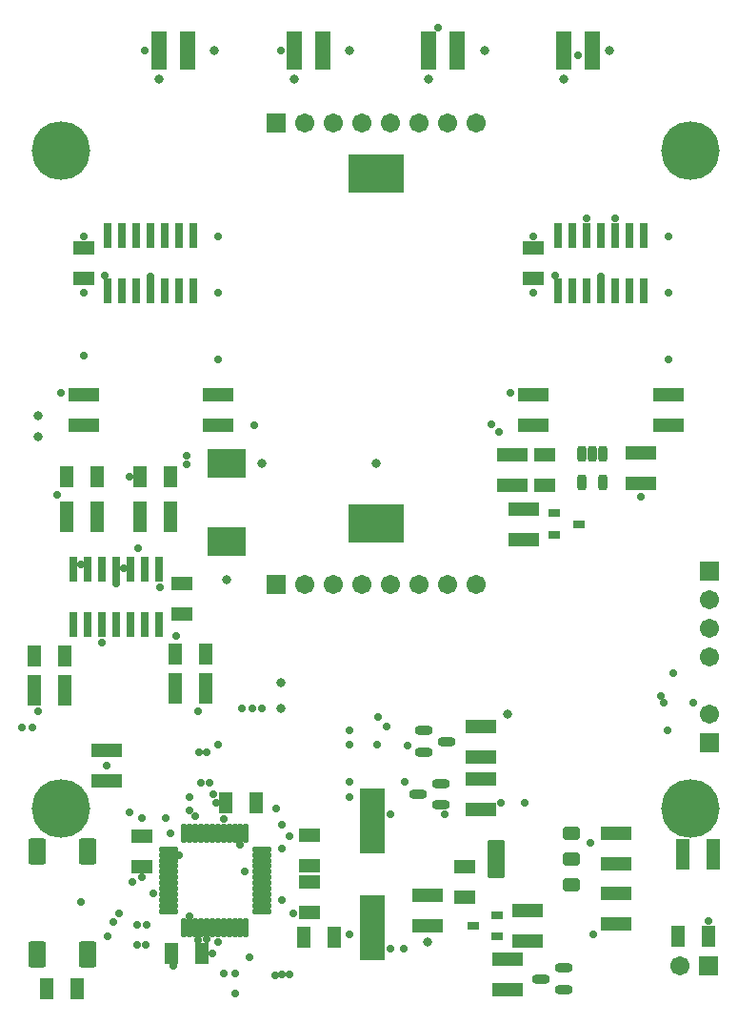
<source format=gbs>
G04*
G04 #@! TF.GenerationSoftware,Altium Limited,Altium Designer,20.1.8 (145)*
G04*
G04 Layer_Color=16711935*
%FSLAX25Y25*%
%MOIN*%
G70*
G04*
G04 #@! TF.SameCoordinates,2B40AF7D-86F1-4858-AC96-1B89F3EF06F7*
G04*
G04*
G04 #@! TF.FilePolarity,Negative*
G04*
G01*
G75*
%ADD18R,0.11036X0.05131*%
%ADD19R,0.07493X0.05131*%
%ADD20R,0.05800X0.13320*%
%ADD22C,0.20485*%
%ADD23C,0.06706*%
%ADD24R,0.06706X0.06706*%
%ADD25R,0.06706X0.06706*%
%ADD26C,0.02769*%
%ADD27C,0.03162*%
%ADD55R,0.05402X0.12921*%
G04:AMPARAMS|DCode=56|XSize=90.68mil|YSize=62.33mil|CornerRadius=8.07mil|HoleSize=0mil|Usage=FLASHONLY|Rotation=270.000|XOffset=0mil|YOffset=0mil|HoleType=Round|Shape=RoundedRectangle|*
%AMROUNDEDRECTD56*
21,1,0.09068,0.04618,0,0,270.0*
21,1,0.07453,0.06233,0,0,270.0*
1,1,0.01615,-0.02309,-0.03726*
1,1,0.01615,-0.02309,0.03726*
1,1,0.01615,0.02309,0.03726*
1,1,0.01615,0.02309,-0.03726*
%
%ADD56ROUNDEDRECTD56*%
%ADD57R,0.05131X0.11036*%
%ADD58R,0.19619X0.13202*%
%ADD59R,0.02800X0.08600*%
%ADD60R,0.13792X0.10249*%
G04:AMPARAMS|DCode=61|XSize=59.18mil|YSize=31.23mil|CornerRadius=9.81mil|HoleSize=0mil|Usage=FLASHONLY|Rotation=180.000|XOffset=0mil|YOffset=0mil|HoleType=Round|Shape=RoundedRectangle|*
%AMROUNDEDRECTD61*
21,1,0.05918,0.01161,0,0,180.0*
21,1,0.03957,0.03123,0,0,180.0*
1,1,0.01961,-0.01978,0.00581*
1,1,0.01961,0.01978,0.00581*
1,1,0.01961,0.01978,-0.00581*
1,1,0.01961,-0.01978,-0.00581*
%
%ADD61ROUNDEDRECTD61*%
%ADD62R,0.09100X0.22800*%
G04:AMPARAMS|DCode=63|XSize=135.56mil|YSize=59.58mil|CornerRadius=7.87mil|HoleSize=0mil|Usage=FLASHONLY|Rotation=270.000|XOffset=0mil|YOffset=0mil|HoleType=Round|Shape=RoundedRectangle|*
%AMROUNDEDRECTD63*
21,1,0.13556,0.04384,0,0,270.0*
21,1,0.11982,0.05958,0,0,270.0*
1,1,0.01574,-0.02192,-0.05991*
1,1,0.01574,-0.02192,0.05991*
1,1,0.01574,0.02192,0.05991*
1,1,0.01574,0.02192,-0.05991*
%
%ADD63ROUNDEDRECTD63*%
G04:AMPARAMS|DCode=64|XSize=44.61mil|YSize=59.58mil|CornerRadius=6.75mil|HoleSize=0mil|Usage=FLASHONLY|Rotation=270.000|XOffset=0mil|YOffset=0mil|HoleType=Round|Shape=RoundedRectangle|*
%AMROUNDEDRECTD64*
21,1,0.04461,0.04608,0,0,270.0*
21,1,0.03112,0.05958,0,0,270.0*
1,1,0.01349,-0.02304,-0.01556*
1,1,0.01349,-0.02304,0.01556*
1,1,0.01349,0.02304,0.01556*
1,1,0.01349,0.02304,-0.01556*
%
%ADD64ROUNDEDRECTD64*%
G04:AMPARAMS|DCode=65|XSize=19.02mil|YSize=69.42mil|CornerRadius=6.76mil|HoleSize=0mil|Usage=FLASHONLY|Rotation=180.000|XOffset=0mil|YOffset=0mil|HoleType=Round|Shape=RoundedRectangle|*
%AMROUNDEDRECTD65*
21,1,0.01902,0.05591,0,0,180.0*
21,1,0.00551,0.06942,0,0,180.0*
1,1,0.01351,-0.00276,0.02795*
1,1,0.01351,0.00276,0.02795*
1,1,0.01351,0.00276,-0.02795*
1,1,0.01351,-0.00276,-0.02795*
%
%ADD65ROUNDEDRECTD65*%
G04:AMPARAMS|DCode=66|XSize=19.02mil|YSize=69.42mil|CornerRadius=6.76mil|HoleSize=0mil|Usage=FLASHONLY|Rotation=90.000|XOffset=0mil|YOffset=0mil|HoleType=Round|Shape=RoundedRectangle|*
%AMROUNDEDRECTD66*
21,1,0.01902,0.05591,0,0,90.0*
21,1,0.00551,0.06942,0,0,90.0*
1,1,0.01351,0.02795,0.00276*
1,1,0.01351,0.02795,-0.00276*
1,1,0.01351,-0.02795,-0.00276*
1,1,0.01351,-0.02795,0.00276*
%
%ADD66ROUNDEDRECTD66*%
%ADD67R,0.05131X0.07493*%
%ADD68R,0.04147X0.03162*%
G04:AMPARAMS|DCode=69|XSize=55.64mil|YSize=31.23mil|CornerRadius=9.81mil|HoleSize=0mil|Usage=FLASHONLY|Rotation=270.000|XOffset=0mil|YOffset=0mil|HoleType=Round|Shape=RoundedRectangle|*
%AMROUNDEDRECTD69*
21,1,0.05564,0.01161,0,0,270.0*
21,1,0.03602,0.03123,0,0,270.0*
1,1,0.01961,-0.00581,-0.01801*
1,1,0.01961,-0.00581,0.01801*
1,1,0.01961,0.00581,0.01801*
1,1,0.01961,0.00581,-0.01801*
%
%ADD69ROUNDEDRECTD69*%
D18*
X274000Y368185D02*
D03*
Y378815D02*
D03*
X171118Y399764D02*
D03*
Y389134D02*
D03*
X123874Y399764D02*
D03*
Y389134D02*
D03*
X281354Y399764D02*
D03*
Y389134D02*
D03*
X328598Y399764D02*
D03*
Y389134D02*
D03*
X263000Y254685D02*
D03*
Y265315D02*
D03*
X263000Y283815D02*
D03*
Y273185D02*
D03*
X132000Y275315D02*
D03*
Y264685D02*
D03*
X244507Y214000D02*
D03*
Y224630D02*
D03*
X279500Y208685D02*
D03*
Y219315D02*
D03*
X272500Y202315D02*
D03*
Y191685D02*
D03*
X319000Y379315D02*
D03*
Y368685D02*
D03*
X278000Y359815D02*
D03*
Y349185D02*
D03*
X310500Y235685D02*
D03*
Y246315D02*
D03*
Y214685D02*
D03*
Y225315D02*
D03*
D19*
X285500Y368185D02*
D03*
Y378815D02*
D03*
X144500Y234685D02*
D03*
Y245315D02*
D03*
X158437Y333630D02*
D03*
Y323000D02*
D03*
X257500Y234815D02*
D03*
Y224185D02*
D03*
X281354Y440315D02*
D03*
Y450945D02*
D03*
X123874Y440315D02*
D03*
Y450945D02*
D03*
X203000Y245815D02*
D03*
Y235185D02*
D03*
X203000Y218685D02*
D03*
Y229315D02*
D03*
D20*
X160366Y520189D02*
D03*
X150366D02*
D03*
X197610D02*
D03*
X207610D02*
D03*
X254854D02*
D03*
X244854D02*
D03*
X292098D02*
D03*
X302098D02*
D03*
D22*
X336472Y485000D02*
D03*
Y255079D02*
D03*
X116000Y485000D02*
D03*
Y255079D02*
D03*
D23*
X261236Y494842D02*
D03*
X251236D02*
D03*
X241236D02*
D03*
X231236D02*
D03*
X221236D02*
D03*
X211236D02*
D03*
X201236D02*
D03*
X261236Y333425D02*
D03*
X251236D02*
D03*
X241236D02*
D03*
X231236D02*
D03*
X221236D02*
D03*
X211236D02*
D03*
X201236D02*
D03*
X332579Y200079D02*
D03*
X343000Y308000D02*
D03*
Y318000D02*
D03*
Y328000D02*
D03*
Y288000D02*
D03*
D24*
X191236Y494842D02*
D03*
Y333425D02*
D03*
X342579Y200079D02*
D03*
D25*
X343000Y338000D02*
D03*
Y278000D02*
D03*
D26*
X164200Y209224D02*
D03*
X167047Y209547D02*
D03*
X170993Y208509D02*
D03*
X301500Y243192D02*
D03*
X270000Y257000D02*
D03*
X236500Y264500D02*
D03*
X217000Y259000D02*
D03*
X227000Y286989D02*
D03*
X230000Y283716D02*
D03*
X217000Y282500D02*
D03*
X193390Y240979D02*
D03*
X196000Y245500D02*
D03*
X161000Y254500D02*
D03*
X163000Y252500D02*
D03*
X161000Y259210D02*
D03*
X168000Y264000D02*
D03*
X170500Y257000D02*
D03*
X226722Y277278D02*
D03*
X171205Y277295D02*
D03*
X164500Y274693D02*
D03*
X167047Y274812D02*
D03*
X326000Y294500D02*
D03*
X173090Y197411D02*
D03*
X177000Y197500D02*
D03*
X193500Y197000D02*
D03*
X191000Y196786D02*
D03*
X196000Y197000D02*
D03*
X177000Y190500D02*
D03*
X155295Y200171D02*
D03*
X197500Y218500D02*
D03*
X236000Y206000D02*
D03*
X231500Y206000D02*
D03*
X217000Y211000D02*
D03*
X157517Y238858D02*
D03*
X141000Y229500D02*
D03*
X148500Y225500D02*
D03*
X123000Y222500D02*
D03*
X134500Y215500D02*
D03*
X136500Y218500D02*
D03*
X145966Y214378D02*
D03*
X132222Y210516D02*
D03*
X142608Y214378D02*
D03*
X145622Y207228D02*
D03*
X142608D02*
D03*
X102244Y283500D02*
D03*
X106000D02*
D03*
X108122Y289000D02*
D03*
X145311Y520189D02*
D03*
X144500Y231000D02*
D03*
X186501Y290001D02*
D03*
X163962Y289090D02*
D03*
X139931Y253861D02*
D03*
X327000Y292000D02*
D03*
X337500D02*
D03*
X183001Y290001D02*
D03*
X179502Y290002D02*
D03*
X328500Y282410D02*
D03*
X156213Y315493D02*
D03*
X123000Y340378D02*
D03*
X269472Y386772D02*
D03*
X150811Y332445D02*
D03*
X266761Y389372D02*
D03*
X288980Y441500D02*
D03*
X131500D02*
D03*
X310078Y461422D02*
D03*
X248122Y527941D02*
D03*
X302353Y211001D02*
D03*
X342815Y215868D02*
D03*
X330500Y302500D02*
D03*
X131999Y270001D02*
D03*
X114713Y364847D02*
D03*
X160000Y375500D02*
D03*
X159925Y378424D02*
D03*
X138000Y339000D02*
D03*
X328623Y435402D02*
D03*
X130500Y313000D02*
D03*
X135476Y333630D02*
D03*
X143000Y346000D02*
D03*
X140000Y371000D02*
D03*
X183634Y389134D02*
D03*
X171118Y411926D02*
D03*
X123874Y413374D02*
D03*
X193000Y520189D02*
D03*
X171142Y435402D02*
D03*
X300000Y461500D02*
D03*
X297000Y518500D02*
D03*
X281354Y454902D02*
D03*
X319000Y364000D02*
D03*
X116020Y400500D02*
D03*
X273500D02*
D03*
X328623Y411902D02*
D03*
X171130Y454913D02*
D03*
X123874Y454902D02*
D03*
X123898Y435402D02*
D03*
X281379D02*
D03*
X328610Y454913D02*
D03*
X231500Y253000D02*
D03*
X237500Y277000D02*
D03*
X250500Y253000D02*
D03*
X278500Y257000D02*
D03*
X191500Y255000D02*
D03*
X169500Y260000D02*
D03*
X165000Y264000D02*
D03*
X169000Y204500D02*
D03*
X182000Y203000D02*
D03*
X217000Y264500D02*
D03*
X193500Y249500D02*
D03*
X217000Y277500D02*
D03*
X172953Y251453D02*
D03*
X152556Y251696D02*
D03*
X144499Y251696D02*
D03*
X193390Y223110D02*
D03*
X154500Y246500D02*
D03*
X180453Y232953D02*
D03*
X161142Y217517D02*
D03*
X147520Y441000D02*
D03*
X305000D02*
D03*
X178858Y242483D02*
D03*
D27*
X193000Y299000D02*
D03*
X108000Y392530D02*
D03*
Y385000D02*
D03*
X193000Y290000D02*
D03*
X307957Y520189D02*
D03*
X244537Y208463D02*
D03*
X169768Y520189D02*
D03*
X217012D02*
D03*
X264256D02*
D03*
X226500Y375681D02*
D03*
X186319D02*
D03*
X174000Y335000D02*
D03*
X197544Y510000D02*
D03*
X150305Y510000D02*
D03*
X244782D02*
D03*
X292098Y510000D02*
D03*
X272500Y287925D02*
D03*
D55*
X160366Y520189D02*
D03*
X150366D02*
D03*
X197610D02*
D03*
X207610D02*
D03*
X254854D02*
D03*
X244854D02*
D03*
X292098D02*
D03*
X302098D02*
D03*
D56*
X107681Y204087D02*
D03*
X125319D02*
D03*
X107681Y239913D02*
D03*
X125319D02*
D03*
D57*
X143685Y357000D02*
D03*
X154315D02*
D03*
X333685Y239000D02*
D03*
X344315D02*
D03*
X156185Y297000D02*
D03*
X166815D02*
D03*
X117315Y296500D02*
D03*
X106685D02*
D03*
X128815Y357000D02*
D03*
X118185D02*
D03*
D58*
X226500Y477000D02*
D03*
Y354795D02*
D03*
D59*
X132496Y435930D02*
D03*
X137496D02*
D03*
X142496D02*
D03*
X147496D02*
D03*
X152496D02*
D03*
X157496D02*
D03*
X162496D02*
D03*
Y455330D02*
D03*
X157496D02*
D03*
X152496D02*
D03*
X147496D02*
D03*
X142496D02*
D03*
X137496D02*
D03*
X132496D02*
D03*
X289976D02*
D03*
X294976D02*
D03*
X299976D02*
D03*
X304976D02*
D03*
X309976D02*
D03*
X314976D02*
D03*
X319976D02*
D03*
Y435930D02*
D03*
X314976D02*
D03*
X309976D02*
D03*
X304976D02*
D03*
X299976D02*
D03*
X294976D02*
D03*
X289976D02*
D03*
X150500Y338700D02*
D03*
X145500D02*
D03*
X140500D02*
D03*
X135500D02*
D03*
X130500D02*
D03*
X125500D02*
D03*
X120500D02*
D03*
Y319300D02*
D03*
X125500D02*
D03*
X130500D02*
D03*
X135500D02*
D03*
X140500D02*
D03*
X145500D02*
D03*
X150500D02*
D03*
D60*
X174000Y348319D02*
D03*
Y375681D02*
D03*
D61*
X242965Y274760D02*
D03*
Y282240D02*
D03*
X251035Y278500D02*
D03*
X249035Y263740D02*
D03*
Y256260D02*
D03*
X240965Y260000D02*
D03*
X283965Y195500D02*
D03*
X292035Y191760D02*
D03*
Y199240D02*
D03*
D62*
X225000Y250700D02*
D03*
Y213300D02*
D03*
D63*
X268500Y237500D02*
D03*
D64*
X294838Y228484D02*
D03*
Y237500D02*
D03*
Y246516D02*
D03*
D65*
X169016Y246457D02*
D03*
X170984D02*
D03*
X174921D02*
D03*
X176890D02*
D03*
X180827Y213543D02*
D03*
X178858D02*
D03*
X176890D02*
D03*
X174921D02*
D03*
X172953D02*
D03*
X170984D02*
D03*
X169016D02*
D03*
X167047D02*
D03*
X165079D02*
D03*
X163110D02*
D03*
X161142D02*
D03*
X159173D02*
D03*
Y246457D02*
D03*
X161142D02*
D03*
X163110D02*
D03*
X165079D02*
D03*
X167047D02*
D03*
X172953D02*
D03*
X178858D02*
D03*
X180827D02*
D03*
D66*
X186457Y240827D02*
D03*
Y238858D02*
D03*
Y236890D02*
D03*
Y234921D02*
D03*
Y232953D02*
D03*
Y230984D02*
D03*
Y229016D02*
D03*
Y227047D02*
D03*
Y225079D02*
D03*
Y223110D02*
D03*
Y221142D02*
D03*
Y219173D02*
D03*
X153543D02*
D03*
Y221142D02*
D03*
Y223110D02*
D03*
Y225079D02*
D03*
Y227047D02*
D03*
Y229016D02*
D03*
Y230984D02*
D03*
Y232953D02*
D03*
Y234921D02*
D03*
Y236890D02*
D03*
Y238858D02*
D03*
Y240827D02*
D03*
D67*
X201185Y210000D02*
D03*
X211815D02*
D03*
X166815Y309000D02*
D03*
X156185D02*
D03*
X165315Y204500D02*
D03*
X154685D02*
D03*
X184315Y257000D02*
D03*
X173685D02*
D03*
X342815Y210500D02*
D03*
X332185D02*
D03*
X111185Y192000D02*
D03*
X121815D02*
D03*
X106685Y308500D02*
D03*
X117315D02*
D03*
X128815Y371000D02*
D03*
X118185D02*
D03*
X154315D02*
D03*
X143685D02*
D03*
D68*
X268732Y217740D02*
D03*
Y210260D02*
D03*
X260268Y214000D02*
D03*
X297232Y354500D02*
D03*
X288768Y358240D02*
D03*
Y350760D02*
D03*
D69*
X298260Y369059D02*
D03*
X305740D02*
D03*
Y378941D02*
D03*
X302000D02*
D03*
X298260D02*
D03*
M02*

</source>
